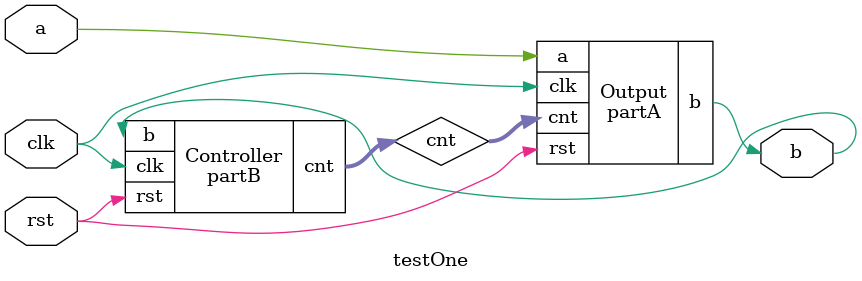
<source format=v>
`define DELAY 3
module partA(clk, rst, a, b, cnt);
input clk, rst, a;
output b;
input [1:0] cnt;

reg b;

always @ (posedge clk or posedge rst)
if (rst)
    b <= #`DELAY 1'b00;
else if ( a )
    b <= #`DELAY 1'b1;
else if (cnt==2'b11)
    b <= #`DELAY 1'b00;
else
   ;

endmodule
//--------------------------------------------------
module partB(clk, rst, b, cnt);
input clk, rst, b;
output [1:0] cnt;

reg [1:0] cnt;

always @ (posedge clk or posedge rst)
if (rst)
    cnt <= #`DELAY 2'b00;
else if (b)
    cnt <= #`DELAY cnt + 2'b01;
else
    cnt <= #`DELAY 2'b00;

endmodule
//--------------------------------------------------
module testOne( clk , rst, a, b);

input clk;
input rst;
input a;
output b;

wire b;
wire [1:0] cnt;

partA Output(.clk(clk), .rst(rst), .a(a), .b(b), .cnt(cnt));
partB Controller(.clk(clk), .rst(rst), .b(b), .cnt(cnt));

endmodule

</source>
